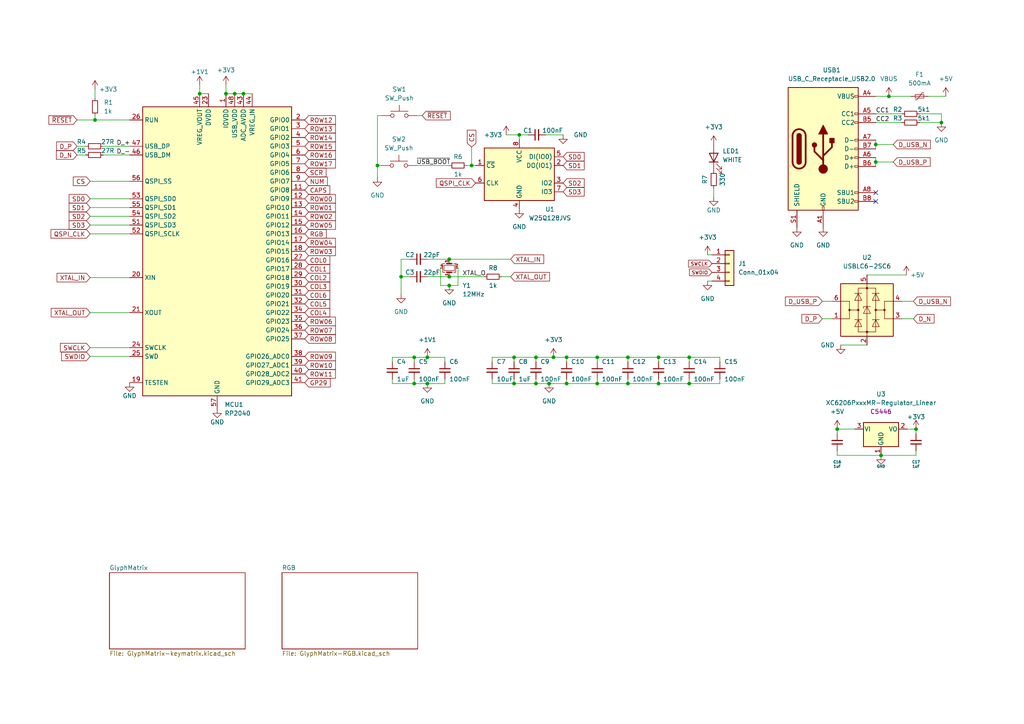
<source format=kicad_sch>
(kicad_sch (version 20250114) (generator "eeschema") (generator_version "9.0")
  (paper "A4")
  (title_block (title "RP2040 - Keyboard: OmniCode:9001") (date "2025-07-04"))
  (lib_symbols
    (symbol "Connector:USB_C_Receptacle_USB2.0" (pin_names (offset 1.016))
      (property "Reference" "J" (at -10.16 19.05 0))
      (property "Value" "USB_C_Receptacle_USB2.0" (at 19.05 19.05 0))
      (symbol "USB_C_Receptacle_USB2.0_0_0"
        (rectangle (start -0.254 -17.78) (end 0.254 -16.764))
        (rectangle (start 10.16 15.494) (end 9.144 14.986))
        (rectangle (start 10.16 10.414) (end 9.144 9.906))
        (rectangle (start 10.16 7.874) (end 9.144 7.366))
        (rectangle (start 10.16 2.794) (end 9.144 2.286))
        (rectangle (start 10.16 0.254) (end 9.144 -0.254))
        (rectangle (start 10.16 -2.286) (end 9.144 -2.794))
        (rectangle (start 10.16 -4.826) (end 9.144 -5.334))
        (rectangle (start 10.16 -12.446) (end 9.144 -12.954))
        (rectangle (start 10.16 -14.986) (end 9.144 -15.494))
      )
      (symbol "USB_C_Receptacle_USB2.0_0_1"
        (rectangle (start -10.16 17.78) (end 10.16 -17.78) (stroke (width 0.254)) (fill (type background)))
        (polyline (pts (xy -8.89 -3.81) (xy -8.89 3.81)) (stroke (width 0.508)))
        (rectangle (start -7.62 -3.81) (end -6.35 3.81) (stroke (width 0.254)) (fill (type outline)))
        (arc (start -7.62 3.81) (mid -6.985 4.4422) (end -6.35 3.81) (stroke (width 0.254)))
        (arc (start -7.62 3.81) (mid -6.985 4.4422) (end -6.35 3.81) (stroke (width 0.254)) (fill (type outline)))
        (arc (start -8.89 3.81) (mid -6.985 5.7066) (end -5.08 3.81) (stroke (width 0.508)))
        (arc (start -5.08 -3.81) (mid -6.985 -5.7066) (end -8.89 -3.81) (stroke (width 0.508)))
        (arc (start -6.35 -3.81) (mid -6.985 -4.4422) (end -7.62 -3.81) (stroke (width 0.254)))
        (arc (start -6.35 -3.81) (mid -6.985 -4.4422) (end -7.62 -3.81) (stroke (width 0.254)) (fill (type outline)))
        (polyline (pts (xy -5.08 3.81) (xy -5.08 -3.81)) (stroke (width 0.508)))
        (circle (center -2.54 1.143) (radius 0.635) (stroke (width 0.254)) (fill (type outline)))
        (polyline (pts (xy -1.27 4.318) (xy 0 6.858) (xy 1.27 4.318) (xy -1.27 4.318)) (stroke (width 0.254)) (fill (type outline)))
        (polyline (pts (xy 0 -2.032) (xy 2.54 0.508) (xy 2.54 1.778)) (stroke (width 0.508)))
        (polyline (pts (xy 0 -3.302) (xy -2.54 -0.762) (xy -2.54 0.508)) (stroke (width 0.508)))
        (polyline (pts (xy 0 -5.842) (xy 0 4.318)) (stroke (width 0.508)))
        (circle (center 0 -5.842) (radius 1.27) (fill (type outline)))
        (rectangle (start 1.905 1.778) (end 3.175 3.048) (stroke (width 0.254)) (fill (type outline)))
      )
      (symbol "USB_C_Receptacle_USB2.0_1_1"
        (pin passive line (at -7.62 -22.86 90) (length 5.08) (name "SHIELD") (number "S1"))
        (pin passive line (at 0 -22.86 90) (length 5.08) (name "GND") (number "A1"))
        (pin passive line (at 0 -22.86 90) (length 5.08) (hide yes) (name "GND") (number "A12"))
        (pin passive line (at 0 -22.86 90) (length 5.08) (hide yes) (name "GND") (number "B1"))
        (pin passive line (at 0 -22.86 90) (length 5.08) (hide yes) (name "GND") (number "B12"))
        (pin passive line (at 15.24 15.24 180) (length 5.08) (name "VBUS") (number "A4"))
        (pin passive line (at 15.24 15.24 180) (length 5.08) (hide yes) (name "VBUS") (number "A9"))
        (pin passive line (at 15.24 15.24 180) (length 5.08) (hide yes) (name "VBUS") (number "B4"))
        (pin passive line (at 15.24 15.24 180) (length 5.08) (hide yes) (name "VBUS") (number "B9"))
        (pin bidirectional line (at 15.24 10.16 180) (length 5.08) (name "CC1") (number "A5"))
        (pin bidirectional line (at 15.24 7.62 180) (length 5.08) (name "CC2") (number "B5"))
        (pin bidirectional line (at 15.24 2.54 180) (length 5.08) (name "D-") (number "A7"))
        (pin bidirectional line (at 15.24 0 180) (length 5.08) (name "D-") (number "B7"))
        (pin bidirectional line (at 15.24 -2.54 180) (length 5.08) (name "D+") (number "A6"))
        (pin bidirectional line (at 15.24 -5.08 180) (length 5.08) (name "D+") (number "B6"))
        (pin bidirectional line (at 15.24 -12.7 180) (length 5.08) (name "SBU1") (number "A8"))
        (pin bidirectional line (at 15.24 -15.24 180) (length 5.08) (name "SBU2") (number "B8"))
      )
    )
    (symbol "Connector_Generic:Conn_01x04" (pin_names (offset 1.016) (hide yes))
      (property "Reference" "J" (at 0 5.08 0))
      (property "Value" "Conn_01x04" (at 0 -7.62 0))
      (symbol "Conn_01x04_1_1"
        (rectangle (start -1.27 3.81) (end 1.27 -6.35) (stroke (width 0.254)) (fill (type background)))
        (rectangle (start -1.27 2.667) (end 0 2.413) (stroke (width 0.1524)))
        (rectangle (start -1.27 0.127) (end 0 -0.127) (stroke (width 0.1524)))
        (rectangle (start -1.27 -2.413) (end 0 -2.667) (stroke (width 0.1524)))
        (rectangle (start -1.27 -4.953) (end 0 -5.207) (stroke (width 0.1524)))
        (pin passive line (at -5.08 2.54 0) (length 3.81) (name "Pin_1") (number "1"))
        (pin passive line (at -5.08 0 0) (length 3.81) (name "Pin_2") (number "2"))
        (pin passive line (at -5.08 -2.54 0) (length 3.81) (name "Pin_3") (number "3"))
        (pin passive line (at -5.08 -5.08 0) (length 3.81) (name "Pin_4") (number "4"))
      )
    )
    (symbol "Device:C_Small" (pin_numbers (hide yes)) (pin_names (offset 0.254) (hide yes))
      (property "Reference" "C" (at 0.254 1.778 0))
      (property "Value" "C_Small" (at 0.254 -2.032 0))
      (symbol "C_Small_0_1"
        (polyline (pts (xy -1.524 0.508) (xy 1.524 0.508)) (stroke (width 0.3048)))
        (polyline (pts (xy -1.524 -0.508) (xy 1.524 -0.508)) (stroke (width 0.3302)))
      )
      (symbol "C_Small_1_1"
        (pin passive line (at 0 2.54 270) (length 2.032) (name "~") (number "1"))
        (pin passive line (at 0 -2.54 90) (length 2.032) (name "~") (number "2"))
      )
    )
    (symbol "Device:Crystal_GND24_Small" (pin_names (offset 1.016) (hide yes))
      (property "Reference" "Y" (at 1.27 4.445 0))
      (property "Value" "Crystal_GND24_Small" (at 1.27 2.54 0))
      (symbol "Crystal_GND24_Small_0_1"
        (polyline (pts (xy -1.27 1.27) (xy -1.27 1.905) (xy 1.27 1.905) (xy 1.27 1.27)))
        (polyline (pts (xy -1.27 -0.762) (xy -1.27 0.762)) (stroke (width 0.381)))
        (polyline (pts (xy -1.27 -1.27) (xy -1.27 -1.905) (xy 1.27 -1.905) (xy 1.27 -1.27)))
        (rectangle (start -0.762 -1.524) (end 0.762 1.524))
        (polyline (pts (xy 1.27 -0.762) (xy 1.27 0.762)) (stroke (width 0.381)))
      )
      (symbol "Crystal_GND24_Small_1_1"
        (pin passive line (at -2.54 0 0) (length 1.27) (name "1") (number "1"))
        (pin passive line (at 0 2.54 270) (length 0.635) (name "4") (number "4"))
        (pin passive line (at 0 -2.54 90) (length 0.635) (name "2") (number "2"))
        (pin passive line (at 2.54 0 180) (length 1.27) (name "3") (number "3"))
      )
    )
    (symbol "Device:LED" (pin_numbers (hide yes)) (pin_names (offset 1.016) (hide yes))
      (property "Reference" "D" (at 0 2.54 0))
      (property "Value" "LED" (at 0 -2.54 0))
      (symbol "LED_0_1"
        (polyline (pts (xy -3.048 -0.762) (xy -4.572 -2.286) (xy -3.81 -2.286) (xy -4.572 -2.286) (xy -4.572 -1.524)))
        (polyline (pts (xy -1.778 -0.762) (xy -3.302 -2.286) (xy -2.54 -2.286) (xy -3.302 -2.286) (xy -3.302 -1.524)))
        (polyline (pts (xy -1.27 0) (xy 1.27 0)))
        (polyline (pts (xy -1.27 -1.27) (xy -1.27 1.27)) (stroke (width 0.254)))
        (polyline (pts (xy 1.27 -1.27) (xy 1.27 1.27) (xy -1.27 0) (xy 1.27 -1.27)) (stroke (width 0.254)))
      )
      (symbol "LED_1_1"
        (pin passive line (at -3.81 0 0) (length 2.54) (name "K") (number "1"))
        (pin passive line (at 3.81 0 180) (length 2.54) (name "A") (number "2"))
      )
    )
    (symbol "Device:Polyfuse_Small" (pin_numbers (hide yes)) (pin_names (offset 0))
      (property "Reference" "F" (at -1.905 0 90))
      (property "Value" "Polyfuse_Small" (at 1.905 0 90))
      (symbol "Polyfuse_Small_0_1"
        (polyline (pts (xy -1.016 1.27) (xy -1.016 0.762) (xy 1.016 -0.762) (xy 1.016 -1.27)))
        (rectangle (start -0.508 1.27) (end 0.508 -1.27))
        (polyline (pts (xy 0 2.54) (xy 0 -2.54)))
      )
      (symbol "Polyfuse_Small_1_1"
        (pin passive line (at 0 2.54 270) (length 0.635) (name "~") (number "1"))
        (pin passive line (at 0 -2.54 90) (length 0.635) (name "~") (number "2"))
      )
    )
    (symbol "Device:R_Small" (pin_numbers (hide yes)) (pin_names (offset 0.254) (hide yes))
      (property "Reference" "R" (at 0.762 0.508 0))
      (property "Value" "R_Small" (at 0.762 -1.016 0))
      (symbol "R_Small_0_1"
        (rectangle (start -0.762 1.778) (end 0.762 -1.778) (stroke (width 0.2032)))
      )
      (symbol "R_Small_1_1"
        (pin passive line (at 0 2.54 270) (length 0.762) (name "~") (number "1"))
        (pin passive line (at 0 -2.54 90) (length 0.762) (name "~") (number "2"))
      )
    )
    (symbol "MCU_RaspberryPi:RP2040"
      (property "Reference" "U" (at 17.78 45.72 0))
      (property "Value" "RP2040" (at 17.78 43.18 0))
      (symbol "RP2040_0_1"
        (rectangle (start -21.59 41.91) (end 21.59 -41.91) (stroke (width 0.254)) (fill (type background)))
      )
      (symbol "RP2040_1_1"
        (pin input line (at -25.4 38.1 0) (length 3.81) (name "RUN") (number "26"))
        (pin bidirectional line (at -25.4 30.48 0) (length 3.81) (name "USB_DP") (number "47"))
        (pin bidirectional line (at -25.4 27.94 0) (length 3.81) (name "USB_DM") (number "46"))
        (pin bidirectional line (at -25.4 20.32 0) (length 3.81) (name "QSPI_SS") (number "56"))
        (pin bidirectional line (at -25.4 15.24 0) (length 3.81) (name "QSPI_SD0") (number "53"))
        (pin bidirectional line (at -25.4 12.7 0) (length 3.81) (name "QSPI_SD1") (number "55"))
        (pin bidirectional line (at -25.4 10.16 0) (length 3.81) (name "QSPI_SD2") (number "54"))
        (pin bidirectional line (at -25.4 7.62 0) (length 3.81) (name "QSPI_SD3") (number "51"))
        (pin output line (at -25.4 5.08 0) (length 3.81) (name "QSPI_SCLK") (number "52"))
        (pin input line (at -25.4 -7.62 0) (length 3.81) (name "XIN") (number "20"))
        (pin passive line (at -25.4 -17.78 0) (length 3.81) (name "XOUT") (number "21"))
        (pin output line (at -25.4 -27.94 0) (length 3.81) (name "SWCLK") (number "24"))
        (pin bidirectional line (at -25.4 -30.48 0) (length 3.81) (name "SWD") (number "25"))
        (pin input line (at -25.4 -38.1 0) (length 3.81) (name "TESTEN") (number "19"))
        (pin power_out line (at -5.08 45.72 270) (length 3.81) (name "VREG_VOUT") (number "45"))
        (pin power_in line (at -2.54 45.72 270) (length 3.81) (name "DVDD") (number "23"))
        (pin passive line (at -2.54 45.72 270) (length 3.81) (hide yes) (name "DVDD") (number "50"))
        (pin power_in line (at 0 -45.72 90) (length 3.81) (name "GND") (number "57"))
        (pin power_in line (at 2.54 45.72 270) (length 3.81) (name "IOVDD") (number "1"))
        (pin passive line (at 2.54 45.72 270) (length 3.81) (hide yes) (name "IOVDD") (number "10"))
        (pin passive line (at 2.54 45.72 270) (length 3.81) (hide yes) (name "IOVDD") (number "22"))
        (pin passive line (at 2.54 45.72 270) (length 3.81) (hide yes) (name "IOVDD") (number "33"))
        (pin passive line (at 2.54 45.72 270) (length 3.81) (hide yes) (name "IOVDD") (number "42"))
        (pin passive line (at 2.54 45.72 270) (length 3.81) (hide yes) (name "IOVDD") (number "49"))
        (pin power_in line (at 5.08 45.72 270) (length 3.81) (name "USB_VDD") (number "48"))
        (pin power_in line (at 7.62 45.72 270) (length 3.81) (name "ADC_AVDD") (number "43"))
        (pin power_in line (at 10.16 45.72 270) (length 3.81) (name "VREG_IN") (number "44"))
        (pin bidirectional line (at 25.4 38.1 180) (length 3.81) (name "GPIO0") (number "2"))
        (pin bidirectional line (at 25.4 35.56 180) (length 3.81) (name "GPIO1") (number "3"))
        (pin bidirectional line (at 25.4 33.02 180) (length 3.81) (name "GPIO2") (number "4"))
        (pin bidirectional line (at 25.4 30.48 180) (length 3.81) (name "GPIO3") (number "5"))
        (pin bidirectional line (at 25.4 27.94 180) (length 3.81) (name "GPIO4") (number "6"))
        (pin bidirectional line (at 25.4 25.4 180) (length 3.81) (name "GPIO5") (number "7"))
        (pin bidirectional line (at 25.4 22.86 180) (length 3.81) (name "GPIO6") (number "8"))
        (pin bidirectional line (at 25.4 20.32 180) (length 3.81) (name "GPIO7") (number "9"))
        (pin bidirectional line (at 25.4 17.78 180) (length 3.81) (name "GPIO8") (number "11"))
        (pin bidirectional line (at 25.4 15.24 180) (length 3.81) (name "GPIO9") (number "12"))
        (pin bidirectional line (at 25.4 12.7 180) (length 3.81) (name "GPIO10") (number "13"))
        (pin bidirectional line (at 25.4 10.16 180) (length 3.81) (name "GPIO11") (number "14"))
        (pin bidirectional line (at 25.4 7.62 180) (length 3.81) (name "GPIO12") (number "15"))
        (pin bidirectional line (at 25.4 5.08 180) (length 3.81) (name "GPIO13") (number "16"))
        (pin bidirectional line (at 25.4 2.54 180) (length 3.81) (name "GPIO14") (number "17"))
        (pin bidirectional line (at 25.4 0 180) (length 3.81) (name "GPIO15") (number "18"))
        (pin bidirectional line (at 25.4 -2.54 180) (length 3.81) (name "GPIO16") (number "27"))
        (pin bidirectional line (at 25.4 -5.08 180) (length 3.81) (name "GPIO17") (number "28"))
        (pin bidirectional line (at 25.4 -7.62 180) (length 3.81) (name "GPIO18") (number "29"))
        (pin bidirectional line (at 25.4 -10.16 180) (length 3.81) (name "GPIO19") (number "30"))
        (pin bidirectional line (at 25.4 -12.7 180) (length 3.81) (name "GPIO20") (number "31"))
        (pin bidirectional line (at 25.4 -15.24 180) (length 3.81) (name "GPIO21") (number "32"))
        (pin bidirectional line (at 25.4 -17.78 180) (length 3.81) (name "GPIO22") (number "34"))
        (pin bidirectional line (at 25.4 -20.32 180) (length 3.81) (name "GPIO23") (number "35"))
        (pin bidirectional line (at 25.4 -22.86 180) (length 3.81) (name "GPIO24") (number "36"))
        (pin bidirectional line (at 25.4 -25.4 180) (length 3.81) (name "GPIO25") (number "37"))
        (pin bidirectional line (at 25.4 -30.48 180) (length 3.81) (name "GPIO26_ADC0") (number "38"))
        (pin bidirectional line (at 25.4 -33.02 180) (length 3.81) (name "GPIO27_ADC1") (number "39"))
        (pin bidirectional line (at 25.4 -35.56 180) (length 3.81) (name "GPIO28_ADC2") (number "40"))
        (pin bidirectional line (at 25.4 -38.1 180) (length 3.81) (name "GPIO29_ADC3") (number "41"))
      )
    )
    (symbol "Memory_Flash:W25Q128JVS"
      (property "Reference" "U" (at -8.89 8.89 0))
      (property "Value" "W25Q128JVS" (at 7.62 8.89 0))
      (symbol "W25Q128JVS_0_1"
        (rectangle (start -10.16 7.62) (end 10.16 -7.62) (stroke (width 0.254)) (fill (type background)))
      )
      (symbol "W25Q128JVS_1_1"
        (pin input line (at -12.7 2.54 0) (length 2.54) (name "~{CS}") (number "1"))
        (pin input line (at -12.7 -2.54 0) (length 2.54) (name "CLK") (number "6"))
        (pin power_in line (at 0 10.16 270) (length 2.54) (name "VCC") (number "8"))
        (pin power_in line (at 0 -10.16 90) (length 2.54) (name "GND") (number "4"))
        (pin bidirectional line (at 12.7 5.08 180) (length 2.54) (name "DI(IO0)") (number "5"))
        (pin bidirectional line (at 12.7 2.54 180) (length 2.54) (name "DO(IO1)") (number "2"))
        (pin bidirectional line (at 12.7 -2.54 180) (length 2.54) (name "IO2") (number "3"))
        (pin bidirectional line (at 12.7 -5.08 180) (length 2.54) (name "IO3") (number "7"))
      )
    )
    (symbol "Power_Protection:USBLC6-2SC6" (pin_names (hide yes))
      (property "Reference" "U" (at 2.54 8.89 0))
      (property "Value" "USBLC6-2SC6" (at 2.54 -8.89 0))
      (symbol "USBLC6-2SC6_0_1"
        (rectangle (start -7.62 -7.62) (end 7.62 7.62) (stroke (width 0.254)) (fill (type background)))
        (polyline (pts (xy -5.08 2.54) (xy -7.62 2.54)))
        (circle (center -5.08 0) (radius 0.254) (fill (type outline)))
        (polyline (pts (xy -5.08 0) (xy -5.08 -2.54)))
        (polyline (pts (xy -5.08 -2.54) (xy -7.62 -2.54)))
        (polyline (pts (xy -3.556 2.794) (xy -1.524 2.794) (xy -2.54 4.826) (xy -3.556 2.794)))
        (polyline (pts (xy -3.556 -4.826) (xy -1.524 -4.826) (xy -2.54 -2.794) (xy -3.556 -4.826)))
        (rectangle (start -2.54 6.35) (end 2.54 -6.35))
        (circle (center -2.54 0) (radius 0.254) (fill (type outline)))
        (polyline (pts (xy -2.54 0) (xy -5.08 0) (xy -5.08 2.54)))
        (polyline (pts (xy -1.524 4.826) (xy -3.556 4.826)))
        (polyline (pts (xy -1.524 -2.794) (xy -3.556 -2.794)))
        (polyline (pts (xy -1.016 -1.016) (xy 1.016 -1.016) (xy 0 1.016) (xy -1.016 -1.016)))
        (circle (center 0 6.35) (radius 0.254) (fill (type outline)))
        (polyline (pts (xy 0 6.35) (xy 0 7.62)))
        (polyline (pts (xy 0 1.27) (xy 0 6.35)))
        (polyline (pts (xy 0 -6.35) (xy 0 1.27)))
        (circle (center 0 -6.35) (radius 0.254) (fill (type outline)))
        (polyline (pts (xy 0 -7.62) (xy 0 -6.35)))
        (polyline (pts (xy 1.016 1.016) (xy 0.762 1.016) (xy -1.016 1.016) (xy -1.016 0.508)))
        (polyline (pts (xy 1.524 4.826) (xy 3.556 4.826)))
        (polyline (pts (xy 1.524 -2.794) (xy 3.556 -2.794)))
        (polyline (pts (xy 2.54 0) (xy 5.08 0) (xy 5.08 2.54)))
        (circle (center 2.54 0) (radius 0.254) (fill (type outline)))
        (polyline (pts (xy 3.556 2.794) (xy 1.524 2.794) (xy 2.54 4.826) (xy 3.556 2.794)))
        (polyline (pts (xy 3.556 -4.826) (xy 1.524 -4.826) (xy 2.54 -2.794) (xy 3.556 -4.826)))
        (polyline (pts (xy 5.08 2.54) (xy 7.62 2.54)))
        (polyline (pts (xy 5.08 0) (xy 5.08 -2.54)))
        (circle (center 5.08 0) (radius 0.254) (fill (type outline)))
        (polyline (pts (xy 5.08 -2.54) (xy 7.62 -2.54)))
      )
      (symbol "USBLC6-2SC6_1_1"
        (pin passive line (at -10.16 2.54 0) (length 2.54) (name "I/O1") (number "6"))
        (pin passive line (at -10.16 -2.54 0) (length 2.54) (name "I/O1") (number "1"))
        (pin passive line (at 0 10.16 270) (length 2.54) (name "VBUS") (number "5"))
        (pin passive line (at 0 -10.16 90) (length 2.54) (name "GND") (number "2"))
        (pin passive line (at 10.16 2.54 180) (length 2.54) (name "I/O2") (number "4"))
        (pin passive line (at 10.16 -2.54 180) (length 2.54) (name "I/O2") (number "3"))
      )
    )
    (symbol "Switch:SW_Push" (pin_numbers (hide yes)) (pin_names (offset 1.016) (hide yes))
      (property "Reference" "SW" (at 1.27 2.54 0))
      (property "Value" "SW_Push" (at 0 -1.524 0))
      (symbol "SW_Push_0_1"
        (circle (center -2.032 0) (radius 0.508))
        (polyline (pts (xy 0 1.27) (xy 0 3.048)))
        (circle (center 2.032 0) (radius 0.508))
        (polyline (pts (xy 2.54 1.27) (xy -2.54 1.27)))
        (pin passive line (at -5.08 0 0) (length 2.54) (name "1") (number "1"))
        (pin passive line (at 5.08 0 180) (length 2.54) (name "2") (number "2"))
      )
    )
    (symbol "kicad-keyboard-parts:XC6206PxxxMR-Regulator_Linear" (pin_names (offset 0.254))
      (property "Reference" "U" (at -3.81 3.175 0))
      (property "Value" "XC6206PxxxMR-Regulator_Linear" (at 0 3.175 0))
      (property "LCSC" "C5446" (at 0 0 0))
      (symbol "XC6206PxxxMR-Regulator_Linear_0_1"
        (rectangle (start -5.08 1.905) (end 5.08 -5.08) (stroke (width 0.254)) (fill (type background)))
      )
      (symbol "XC6206PxxxMR-Regulator_Linear_1_1"
        (pin power_in line (at -7.62 0 0) (length 2.54) (name "VI") (number "3"))
        (pin power_in line (at 0 -7.62 90) (length 2.54) (name "GND") (number "1"))
        (pin power_out line (at 7.62 0 180) (length 2.54) (name "VO") (number "2"))
      )
    )
    (symbol "power:+1V1" (power) (pin_names (offset 0))
      (property "Value" "+1V1" (at 0 3.556 0))
      (symbol "+1V1_0_1"
        (polyline (pts (xy -0.762 1.27) (xy 0 2.54)))
        (polyline (pts (xy 0 2.54) (xy 0.762 1.27)))
        (polyline (pts (xy 0 0) (xy 0 2.54)))
      )
      (symbol "+1V1_1_1"
        (pin power_in line (at 0 0 90) (length 0) (hide yes) (name "+1V1") (number "1"))
      )
    )
    (symbol "power:+3.3V" (power) (pin_names (offset 0))
      (property "Value" "+3.3V" (at 0 3.556 0))
      (symbol "+3.3V_0_1"
        (polyline (pts (xy -0.762 1.27) (xy 0 2.54)))
        (polyline (pts (xy 0 2.54) (xy 0.762 1.27)))
        (polyline (pts (xy 0 0) (xy 0 2.54)))
      )
      (symbol "+3.3V_1_1"
        (pin power_in line (at 0 0 90) (length 0) (hide yes) (name "+3V3") (number "1"))
      )
    )
    (symbol "power:+3V3" (power) (pin_names (offset 0))
      (property "Value" "+3V3" (at 0 3.556 0))
      (symbol "+3V3_0_1"
        (polyline (pts (xy -0.762 1.27) (xy 0 2.54)))
        (polyline (pts (xy 0 2.54) (xy 0.762 1.27)))
        (polyline (pts (xy 0 0) (xy 0 2.54)))
      )
      (symbol "+3V3_1_1"
        (pin power_in line (at 0 0 90) (length 0) (hide yes) (name "+3V3") (number "1"))
      )
    )
    (symbol "power:+5V" (power) (pin_names (offset 0))
      (property "Value" "+5V" (at 0 3.556 0))
      (symbol "+5V_0_1"
        (polyline (pts (xy -0.762 1.27) (xy 0 2.54)))
        (polyline (pts (xy 0 2.54) (xy 0.762 1.27)))
        (polyline (pts (xy 0 0) (xy 0 2.54)))
      )
      (symbol "+5V_1_1"
        (pin power_in line (at 0 0 90) (length 0) (hide yes) (name "+5V") (number "1"))
      )
    )
    (symbol "power:GND" (power) (pin_names (offset 0))
      (property "Value" "GND" (at 0 -3.81 0))
      (symbol "GND_0_1"
        (polyline (pts (xy 0 0) (xy 0 -1.27) (xy 1.27 -1.27) (xy 0 -2.54) (xy -1.27 -1.27) (xy 0 -1.27)))
      )
      (symbol "GND_1_1"
        (pin power_in line (at 0 0 270) (length 0) (hide yes) (name "GND") (number "1"))
      )
    )
    (symbol "power:VBUS" (power) (pin_names (offset 0))
      (property "Value" "VBUS" (at 0 3.81 0))
      (symbol "VBUS_0_1"
        (polyline (pts (xy -0.762 1.27) (xy 0 2.54)))
        (polyline (pts (xy 0 2.54) (xy 0.762 1.27)))
        (polyline (pts (xy 0 0) (xy 0 2.54)))
      )
      (symbol "VBUS_1_1"
        (pin power_in line (at 0 0 90) (length 0) (hide yes) (name "VBUS") (number "1"))
      )
    )
  )
  (junction (at 199.898 111.252))
  (junction (at 155.448 103.632))
  (junction (at 160.528 103.632))
  (junction (at 191.008 111.252))
  (junction (at 265.684 124.46) (diameter 0.9144))
  (junction (at 255.524 132.08) (diameter 0.9144))
  (junction (at 27.559 34.798))
  (junction (at 254 46.99))
  (junction (at 257.81 27.94))
  (junction (at 159.258 111.252))
  (junction (at 68.072 27.178))
  (junction (at 273.05 35.56))
  (junction (at 123.952 111.252))
  (junction (at 173.228 103.632))
  (junction (at 173.228 111.252))
  (junction (at 116.332 80.264))
  (junction (at 149.098 111.252))
  (junction (at 150.622 39.116))
  (junction (at 65.532 27.178))
  (junction (at 155.448 111.252))
  (junction (at 130.302 80.264))
  (junction (at 182.118 111.252))
  (junction (at 254 41.91))
  (junction (at 164.338 111.252))
  (junction (at 242.824 124.46) (diameter 0.9144))
  (junction (at 149.098 103.632))
  (junction (at 123.952 103.632))
  (junction (at 70.612 27.178))
  (junction (at 164.338 103.632))
  (junction (at 191.008 103.632))
  (junction (at 120.142 103.632))
  (junction (at 120.142 111.252))
  (junction (at 130.302 82.804))
  (junction (at 109.474 48.006))
  (junction (at 199.898 103.632))
  (junction (at 57.912 27.178))
  (junction (at 136.779 48.006))
  (junction (at 182.118 103.632))
  (junction (at 130.302 75.184))
  (no_connect (at 254 58.42))
  (no_connect (at 254 55.88))
  (wire (pts (xy 254 45.72) (xy 254 46.99)))
  (wire (pts (xy 254 41.91) (xy 254 43.18)))
  (wire (pts (xy 155.448 103.632) (xy 149.098 103.632)))
  (wire (pts (xy 109.474 33.528) (xy 109.474 48.006)))
  (wire (pts (xy 120.142 103.632) (xy 113.792 103.632)))
  (wire (pts (xy 109.474 51.562) (xy 109.474 48.006)))
  (wire (pts (xy 173.228 103.632) (xy 182.118 103.632)))
  (wire (pts (xy 263.144 124.46) (xy 265.684 124.46)))
  (wire (pts (xy 254 40.64) (xy 254 41.91)))
  (wire (pts (xy 26.162 90.678) (xy 37.592 90.678)))
  (wire (pts (xy 155.448 103.632) (xy 155.448 104.902)))
  (wire (pts (xy 158.242 39.116) (xy 163.322 39.116)))
  (wire (pts (xy 264.922 92.456) (xy 261.62 92.456)))
  (wire (pts (xy 164.338 111.252) (xy 173.228 111.252)))
  (wire (pts (xy 173.228 111.252) (xy 182.118 111.252)))
  (wire (pts (xy 254 46.99) (xy 254 48.26)))
  (wire (pts (xy 129.032 103.632) (xy 129.032 104.902)))
  (wire (pts (xy 132.842 77.724) (xy 132.842 82.804)))
  (wire (pts (xy 70.612 27.178) (xy 73.152 27.178)))
  (wire (pts (xy 27.559 33.528) (xy 27.559 34.798)))
  (wire (pts (xy 254 33.02) (xy 261.62 33.02)))
  (wire (pts (xy 255.524 132.08) (xy 242.824 132.08)))
  (wire (pts (xy 238.506 87.376) (xy 241.3 87.376)))
  (wire (pts (xy 130.302 75.184) (xy 148.082 75.184)))
  (wire (pts (xy 65.532 24.638) (xy 65.532 27.178)))
  (wire (pts (xy 26.162 80.518) (xy 37.592 80.518)))
  (wire (pts (xy 145.542 80.264) (xy 148.082 80.264)))
  (wire (pts (xy 266.7 33.02) (xy 273.05 33.02)))
  (wire (pts (xy 182.118 103.632) (xy 182.118 104.902)))
  (wire (pts (xy 205.232 73.914) (xy 206.502 73.914)))
  (wire (pts (xy 164.338 103.632) (xy 173.228 103.632)))
  (wire (pts (xy 164.338 111.252) (xy 164.338 109.982)))
  (wire (pts (xy 150.622 39.116) (xy 150.622 40.386)))
  (wire (pts (xy 182.118 109.982) (xy 182.118 111.252)))
  (wire (pts (xy 109.474 48.006) (xy 110.617 48.006)))
  (wire (pts (xy 199.898 111.252) (xy 208.788 111.252)))
  (wire (pts (xy 22.352 34.798) (xy 27.559 34.798)))
  (wire (pts (xy 22.352 42.418) (xy 24.892 42.418)))
  (wire (pts (xy 132.842 82.804) (xy 130.302 82.804)))
  (wire (pts (xy 65.532 27.178) (xy 68.072 27.178)))
  (wire (pts (xy 120.142 103.632) (xy 120.142 104.902)))
  (wire (pts (xy 173.228 103.632) (xy 173.228 104.902)))
  (wire (pts (xy 142.748 111.252) (xy 149.098 111.252)))
  (wire (pts (xy 264.922 87.376) (xy 261.62 87.376)))
  (wire (pts (xy 182.118 103.632) (xy 191.008 103.632)))
  (wire (pts (xy 257.81 27.94) (xy 264.16 27.94)))
  (wire (pts (xy 265.684 130.81) (xy 265.684 132.08)))
  (wire (pts (xy 142.748 103.632) (xy 149.098 103.632)))
  (wire (pts (xy 155.448 111.252) (xy 159.258 111.252)))
  (wire (pts (xy 191.008 103.632) (xy 191.008 104.902)))
  (wire (pts (xy 142.748 104.902) (xy 142.748 103.632)))
  (wire (pts (xy 173.228 111.252) (xy 173.228 109.982)))
  (wire (pts (xy 238.506 92.456) (xy 241.3 92.456)))
  (wire (pts (xy 136.779 42.672) (xy 136.779 48.006)))
  (wire (pts (xy 164.338 103.632) (xy 164.338 104.902)))
  (wire (pts (xy 113.792 111.252) (xy 120.142 111.252)))
  (wire (pts (xy 123.952 80.264) (xy 130.302 80.264)))
  (wire (pts (xy 57.912 27.178) (xy 60.452 27.178)))
  (wire (pts (xy 29.972 44.958) (xy 37.592 44.958)))
  (wire (pts (xy 130.302 80.264) (xy 140.462 80.264)))
  (wire (pts (xy 26.162 62.738) (xy 37.592 62.738)))
  (wire (pts (xy 242.824 130.81) (xy 242.824 132.08)))
  (wire (pts (xy 113.792 109.982) (xy 113.792 111.252)))
  (wire (pts (xy 259.08 41.91) (xy 254 41.91)))
  (wire (pts (xy 123.952 111.252) (xy 129.032 111.252)))
  (wire (pts (xy 27.559 34.798) (xy 37.592 34.798)))
  (wire (pts (xy 136.779 48.006) (xy 137.922 48.006)))
  (wire (pts (xy 255.524 132.08) (xy 265.684 132.08)))
  (wire (pts (xy 199.898 103.632) (xy 208.788 103.632)))
  (wire (pts (xy 199.898 111.252) (xy 199.898 109.982)))
  (wire (pts (xy 182.118 111.252) (xy 191.008 111.252)))
  (wire (pts (xy 254 27.94) (xy 257.81 27.94)))
  (wire (pts (xy 191.008 111.252) (xy 199.898 111.252)))
  (wire (pts (xy 123.952 75.184) (xy 130.302 75.184)))
  (wire (pts (xy 26.162 67.818) (xy 37.592 67.818)))
  (wire (pts (xy 27.559 25.908) (xy 27.559 28.448)))
  (wire (pts (xy 242.824 124.46) (xy 247.904 124.46)))
  (wire (pts (xy 150.622 39.116) (xy 153.162 39.116)))
  (wire (pts (xy 242.824 124.46) (xy 242.824 125.73)))
  (wire (pts (xy 191.008 109.982) (xy 191.008 111.252)))
  (wire (pts (xy 273.05 33.02) (xy 273.05 35.56)))
  (wire (pts (xy 259.08 46.99) (xy 254 46.99)))
  (wire (pts (xy 129.032 111.252) (xy 129.032 109.982)))
  (wire (pts (xy 142.748 109.982) (xy 142.748 111.252)))
  (wire (pts (xy 149.098 111.252) (xy 155.448 111.252)))
  (wire (pts (xy 254 35.56) (xy 261.62 35.56)))
  (wire (pts (xy 265.684 124.46) (xy 265.684 125.73)))
  (wire (pts (xy 26.162 100.838) (xy 37.592 100.838)))
  (wire (pts (xy 120.142 111.252) (xy 123.952 111.252)))
  (wire (pts (xy 123.952 103.632) (xy 129.032 103.632)))
  (wire (pts (xy 26.162 65.278) (xy 37.592 65.278)))
  (wire (pts (xy 68.072 27.178) (xy 70.612 27.178)))
  (wire (pts (xy 208.788 103.632) (xy 208.788 104.902)))
  (wire (pts (xy 159.258 111.252) (xy 164.338 111.252)))
  (wire (pts (xy 120.142 109.982) (xy 120.142 111.252)))
  (wire (pts (xy 116.332 80.264) (xy 118.872 80.264)))
  (wire (pts (xy 120.777 48.006) (xy 130.302 48.006)))
  (wire (pts (xy 127.762 82.804) (xy 130.302 82.804)))
  (wire (pts (xy 155.448 103.632) (xy 160.528 103.632)))
  (wire (pts (xy 116.332 80.264) (xy 116.332 85.344)))
  (wire (pts (xy 149.098 103.632) (xy 149.098 104.902)))
  (wire (pts (xy 146.812 39.116) (xy 150.622 39.116)))
  (wire (pts (xy 269.24 27.94) (xy 274.32 27.94)))
  (wire (pts (xy 199.898 103.632) (xy 199.898 104.902)))
  (wire (pts (xy 29.972 42.418) (xy 37.592 42.418)))
  (wire (pts (xy 208.788 111.252) (xy 208.788 109.982)))
  (wire (pts (xy 205.232 81.534) (xy 206.502 81.534)))
  (wire (pts (xy 149.098 109.982) (xy 149.098 111.252)))
  (wire (pts (xy 26.162 52.578) (xy 37.592 52.578)))
  (wire (pts (xy 26.162 103.378) (xy 37.592 103.378)))
  (wire (pts (xy 26.162 57.658) (xy 37.592 57.658)))
  (wire (pts (xy 57.912 24.638) (xy 57.912 27.178)))
  (wire (pts (xy 113.792 103.632) (xy 113.792 104.902)))
  (wire (pts (xy 118.872 75.184) (xy 116.332 75.184)))
  (wire (pts (xy 160.528 103.632) (xy 164.338 103.632)))
  (wire (pts (xy 122.428 33.528) (xy 120.904 33.528)))
  (wire (pts (xy 123.952 103.632) (xy 120.142 103.632)))
  (wire (pts (xy 207.01 57.15) (xy 207.01 54.61)))
  (wire (pts (xy 155.448 109.982) (xy 155.448 111.252)))
  (wire (pts (xy 26.162 60.198) (xy 37.592 60.198)))
  (wire (pts (xy 266.7 35.56) (xy 273.05 35.56)))
  (wire (pts (xy 251.46 79.756) (xy 262.89 79.756)))
  (wire (pts (xy 110.744 33.528) (xy 109.474 33.528)))
  (wire (pts (xy 243.84 100.076) (xy 251.46 100.076)))
  (wire (pts (xy 127.762 77.724) (xy 127.762 82.804)))
  (wire (pts (xy 191.008 103.632) (xy 199.898 103.632)))
  (wire (pts (xy 116.332 75.184) (xy 116.332 80.264)))
  (wire (pts (xy 22.352 44.958) (xy 24.892 44.958)))
  (wire (pts (xy 135.382 48.006) (xy 136.779 48.006)))
  (label "CC1" (at 254 33.02 0))
  (label "D_-" (at 33.782 44.958 0))
  (label "D_+" (at 33.782 42.418 0))
  (label "XTAL_O" (at 134.112 80.264 0))
  (label "CC2" (at 254 35.56 0))
  (label "~{USB_BOOT}" (at 120.777 48.006 0))
  (global_label "SD2" (shape input) (at 26.162 62.738 180) (property "Intersheetrefs" "${INTERSHEET_REFS}" (effects (hide yes))))
  (global_label "NUM" (shape input) (at 88.392 52.578 0) (property "Intersheetrefs" "${INTERSHEET_REFS}" (effects (hide yes))))
  (global_label "ROW17" (shape input) (at 88.392 47.498 0) (property "Intersheetrefs" "${INTERSHEET_REFS}" (effects (hide yes))))
  (global_label "COL1" (shape input) (at 88.392 77.978 0) (property "Intersheetrefs" "${INTERSHEET_REFS}" (effects (hide yes))))
  (global_label "CAPS" (shape input) (at 88.392 55.118 0) (property "Intersheetrefs" "${INTERSHEET_REFS}" (effects (hide yes))))
  (global_label "COL0" (shape input) (at 88.392 75.438 0) (property "Intersheetrefs" "${INTERSHEET_REFS}" (effects (hide yes))))
  (global_label "XTAL_OUT" (shape input) (at 26.162 90.678 180) (property "Intersheetrefs" "${INTERSHEET_REFS}" (effects (hide yes))))
  (global_label "RGB" (shape input) (at 88.392 67.818 0) (property "Intersheetrefs" "${INTERSHEET_REFS}" (effects (hide yes))))
  (global_label "SD2" (shape input) (at 163.322 53.086 0) (property "Intersheetrefs" "${INTERSHEET_REFS}" (effects (hide yes))))
  (global_label "COL6" (shape input) (at 88.392 85.598 0) (property "Intersheetrefs" "${INTERSHEET_REFS}" (effects (hide yes))))
  (global_label "ROW08" (shape input) (at 88.392 98.298 0) (property "Intersheetrefs" "${INTERSHEET_REFS}" (effects (hide yes))))
  (global_label "D_USB_P" (shape input) (at 259.08 46.99 0) (property "Intersheetrefs" "${INTERSHEET_REFS}" (effects (hide yes))))
  (global_label "ROW14" (shape input) (at 88.392 39.878 0) (property "Intersheetrefs" "${INTERSHEET_REFS}" (effects (hide yes))))
  (global_label "ROW07" (shape input) (at 88.392 95.758 0) (property "Intersheetrefs" "${INTERSHEET_REFS}" (effects (hide yes))))
  (global_label "ROW04" (shape input) (at 88.392 70.358 0) (property "Intersheetrefs" "${INTERSHEET_REFS}" (effects (hide yes))))
  (global_label "ROW00" (shape input) (at 88.392 57.658 0) (property "Intersheetrefs" "${INTERSHEET_REFS}" (effects (hide yes))))
  (global_label "SWCLK" (shape input) (at 26.162 100.838 180) (property "Intersheetrefs" "${INTERSHEET_REFS}" (effects (hide yes))))
  (global_label "ROW06" (shape input) (at 88.392 93.218 0) (property "Intersheetrefs" "${INTERSHEET_REFS}" (effects (hide yes))))
  (global_label "GP29" (shape input) (at 88.392 110.998 0) (property "Intersheetrefs" "${INTERSHEET_REFS}" (effects (hide yes))))
  (global_label "ROW03" (shape input) (at 88.392 72.898 0) (property "Intersheetrefs" "${INTERSHEET_REFS}" (effects (hide yes))))
  (global_label "ROW13" (shape input) (at 88.392 37.338 0) (property "Intersheetrefs" "${INTERSHEET_REFS}" (effects (hide yes))))
  (global_label "ROW11" (shape input) (at 88.392 108.458 0) (property "Intersheetrefs" "${INTERSHEET_REFS}" (effects (hide yes))))
  (global_label "D_N" (shape input) (at 22.352 44.958 180) (property "Intersheetrefs" "${INTERSHEET_REFS}" (effects (hide yes))))
  (global_label "COL3" (shape input) (at 88.392 83.058 0) (property "Intersheetrefs" "${INTERSHEET_REFS}" (effects (hide yes))))
  (global_label "CS" (shape input) (at 136.779 42.672 90) (property "Intersheetrefs" "${INTERSHEET_REFS}" (effects (hide yes))))
  (global_label "D_N" (shape input) (at 264.922 92.456 0) (property "Intersheetrefs" "${INTERSHEET_REFS}" (effects (hide yes))))
  (global_label "ROW01" (shape input) (at 88.392 60.198 0) (property "Intersheetrefs" "${INTERSHEET_REFS}" (effects (hide yes))))
  (global_label "ROW02" (shape input) (at 88.392 62.738 0) (property "Intersheetrefs" "${INTERSHEET_REFS}" (effects (hide yes))))
  (global_label "D_USB_N" (shape input) (at 264.922 87.376 0) (property "Intersheetrefs" "${INTERSHEET_REFS}" (effects (hide yes))))
  (global_label "SD3" (shape input) (at 163.322 55.626 0) (property "Intersheetrefs" "${INTERSHEET_REFS}" (effects (hide yes))))
  (global_label "D_USB_N" (shape input) (at 259.08 41.91 0) (property "Intersheetrefs" "${INTERSHEET_REFS}" (effects (hide yes))))
  (global_label "SD3" (shape input) (at 26.162 65.278 180) (property "Intersheetrefs" "${INTERSHEET_REFS}" (effects (hide yes))))
  (global_label "ROW10" (shape input) (at 88.392 105.918 0) (property "Intersheetrefs" "${INTERSHEET_REFS}" (effects (hide yes))))
  (global_label "SD1" (shape input) (at 26.162 60.198 180) (property "Intersheetrefs" "${INTERSHEET_REFS}" (effects (hide yes))))
  (global_label "XTAL_IN" (shape input) (at 148.082 75.184 0) (property "Intersheetrefs" "${INTERSHEET_REFS}" (effects (hide yes))))
  (global_label "XTAL_OUT" (shape input) (at 148.082 80.264 0) (property "Intersheetrefs" "${INTERSHEET_REFS}" (effects (hide yes))))
  (global_label "SD1" (shape input) (at 163.322 48.006 0) (property "Intersheetrefs" "${INTERSHEET_REFS}" (effects (hide yes))))
  (global_label "D_USB_P" (shape input) (at 238.506 87.376 180) (property "Intersheetrefs" "${INTERSHEET_REFS}" (effects (hide yes))))
  (global_label "XTAL_IN" (shape input) (at 26.162 80.518 180) (property "Intersheetrefs" "${INTERSHEET_REFS}" (effects (hide yes))))
  (global_label "SWCLK" (shape input) (at 206.502 76.454 180) (effects (font (size 1 1))) (property "Intersheetrefs" "${INTERSHEET_REFS}" (effects (hide yes))))
  (global_label "D_P" (shape input) (at 238.506 92.456 180) (property "Intersheetrefs" "${INTERSHEET_REFS}" (effects (hide yes))))
  (global_label "~{RESET}" (shape input) (at 122.428 33.528 0) (property "Intersheetrefs" "${INTERSHEET_REFS}" (effects (hide yes))))
  (global_label "SWDIO" (shape input) (at 26.162 103.378 180) (property "Intersheetrefs" "${INTERSHEET_REFS}" (effects (hide yes))))
  (global_label "~{RESET}" (shape input) (at 22.352 34.798 180) (property "Intersheetrefs" "${INTERSHEET_REFS}" (effects (hide yes))))
  (global_label "QSPI_CLK" (shape input) (at 137.922 53.086 180) (property "Intersheetrefs" "${INTERSHEET_REFS}" (effects (hide yes))))
  (global_label "COL5" (shape input) (at 88.392 88.138 0) (property "Intersheetrefs" "${INTERSHEET_REFS}" (effects (hide yes))))
  (global_label "ROW09" (shape input) (at 88.392 103.378 0) (property "Intersheetrefs" "${INTERSHEET_REFS}" (effects (hide yes))))
  (global_label "QSPI_CLK" (shape input) (at 26.162 67.818 180) (property "Intersheetrefs" "${INTERSHEET_REFS}" (effects (hide yes))))
  (global_label "SWDIO" (shape input) (at 206.502 78.994 180) (effects (font (size 1 1))) (property "Intersheetrefs" "${INTERSHEET_REFS}" (effects (hide yes))))
  (global_label "SCR" (shape input) (at 88.392 50.038 0) (property "Intersheetrefs" "${INTERSHEET_REFS}" (effects (hide yes))))
  (global_label "COL2" (shape input) (at 88.392 80.518 0) (property "Intersheetrefs" "${INTERSHEET_REFS}" (effects (hide yes))))
  (global_label "ROW15" (shape input) (at 88.392 42.418 0) (property "Intersheetrefs" "${INTERSHEET_REFS}" (effects (hide yes))))
  (global_label "D_P" (shape input) (at 22.352 42.418 180) (property "Intersheetrefs" "${INTERSHEET_REFS}" (effects (hide yes))))
  (global_label "SD0" (shape input) (at 163.322 45.466 0) (property "Intersheetrefs" "${INTERSHEET_REFS}" (effects (hide yes))))
  (global_label "SD0" (shape input) (at 26.162 57.658 180) (property "Intersheetrefs" "${INTERSHEET_REFS}" (effects (hide yes))))
  (global_label "ROW16" (shape input) (at 88.392 44.958 0) (property "Intersheetrefs" "${INTERSHEET_REFS}" (effects (hide yes))))
  (global_label "ROW12" (shape input) (at 88.392 34.798 0) (property "Intersheetrefs" "${INTERSHEET_REFS}" (effects (hide yes))))
  (global_label "CS" (shape input) (at 26.162 52.578 180) (property "Intersheetrefs" "${INTERSHEET_REFS}" (effects (hide yes))))
  (global_label "COL4" (shape input) (at 88.392 90.678 0) (property "Intersheetrefs" "${INTERSHEET_REFS}" (effects (hide yes))))
  (global_label "ROW05" (shape input) (at 88.392 65.278 0) (property "Intersheetrefs" "${INTERSHEET_REFS}" (effects (hide yes))))
  (symbol (lib_id "Device:R_Small") (at 264.16 35.56 90) (unit 1)
    (property "Reference" "R3" (at 260.35 34.29 90))
    (property "Value" "5k1" (at 267.97 34.29 90))
    (property "Footprint" "Resistor_SMD:R_0402_1005Metric" (effects (hide yes)))
    (property "LCSC" "C25905" (effects (hide yes)))
  )
  (symbol (lib_id "power:VBUS") (at 257.81 27.94 0) (unit 1)
    (property "Reference" "#PWR08" (effects (hide yes)))
    (property "Value" "VBUS" (at 257.81 22.86 0))
  )
  (symbol (lib_id "Device:C_Small") (at 182.118 107.442 0) (unit 1)
    (property "Reference" "C12" (at 183.388 104.9019 0) (effects (justify left)))
    (property "Value" "100nF" (at 183.388 109.9819 0) (effects (justify left)))
    (property "Footprint" "Capacitor_SMD:C_0402_1005Metric" (effects (hide yes)))
    (property "LCSC" "C1525" (effects (hide yes)))
  )
  (symbol (lib_id "power:GND") (at 231.14 66.04 0) (unit 1)
    (property "Reference" "#PWR014" (effects (hide yes)))
    (property "Value" "GND" (at 231.14 71.12 0))
  )
  (symbol (lib_id "power:+3V3") (at 146.812 39.116 0) (unit 1)
    (property "Reference" "#PWR01" (effects (hide yes)))
    (property "Value" "+3V3" (at 143.002 39.116 0))
  )
  (symbol (lib_id "Device:Polyfuse_Small") (at 266.7 27.94 90) (unit 1)
    (property "Reference" "F1" (at 266.7 21.59 90))
    (property "Value" "500mA" (at 266.7 24.13 90))
    (property "Footprint" "Fuse:Fuse_1206_3216Metric" (effects (hide yes)))
    (property "LCSC" "C70076" (effects (hide yes)))
  )
  (symbol (lib_id "power:+5V") (at 274.32 27.94 0) (unit 1)
    (property "Reference" "#PWR09" (effects (hide yes)))
    (property "Value" "+5V" (at 274.32 22.86 0))
  )
  (symbol (lib_id "power:GND") (at 159.258 111.252 0) (unit 1)
    (property "Reference" "#PWR026" (effects (hide yes)))
    (property "Value" "GND" (at 159.258 116.332 0))
  )
  (symbol (lib_id "Device:C_Small") (at 142.748 107.442 0) (unit 1)
    (property "Reference" "C7" (at 144.018 104.9019 0) (effects (justify left)))
    (property "Value" "10uF" (at 144.018 109.9819 0) (effects (justify left)))
    (property "Footprint" "Capacitor_SMD:C_0402_1005Metric" (effects (hide yes)))
    (property "LCSC" "C15525" (effects (hide yes)))
  )
  (symbol (lib_id "Switch:SW_Push") (at 115.824 33.528 0) (unit 1) (in_bom no)
    (property "Reference" "SW1" (at 115.824 25.908 0))
    (property "Value" "SW_Push" (at 115.824 28.448 0))
    (property "Footprint" "Button_Switch_SMD:SW_SPST_SKQG_WithoutStem" (effects (hide yes)))
    (property "LCSC" "C202424" (effects (hide yes)))
  )
  (symbol (lib_id "power:GND") (at 130.302 82.804 0) (unit 1)
    (property "Reference" "#PWR013" (effects (hide yes)))
    (property "Value" "GND" (at 130.302 87.884 0))
  )
  (symbol (lib_id "Device:C_Small") (at 208.788 107.442 0) (unit 1)
    (property "Reference" "C15" (at 210.058 104.9019 0) (effects (justify left)))
    (property "Value" "100nF" (at 210.058 109.9819 0) (effects (justify left)))
    (property "Footprint" "Capacitor_SMD:C_0402_1005Metric" (effects (hide yes)))
    (property "LCSC" "C1525" (effects (hide yes)))
  )
  (symbol (lib_id "power:GND") (at 150.622 60.706 0) (unit 1)
    (property "Reference" "#PWR011" (effects (hide yes)))
    (property "Value" "GND" (at 150.622 65.786 0))
  )
  (symbol (lib_id "Switch:SW_Push") (at 115.697 48.006 0) (unit 1) (in_bom no)
    (property "Reference" "SW2" (at 115.697 40.386 0))
    (property "Value" "SW_Push" (at 115.697 42.926 0))
    (property "Footprint" "Button_Switch_SMD:SW_SPST_SKQG_WithoutStem" (effects (hide yes)))
    (property "LCSC" "C202424" (effects (hide yes)))
  )
  (symbol (lib_id "Device:C_Small") (at 113.792 107.442 0) (unit 1)
    (property "Reference" "C4" (at 115.062 104.9019 0) (effects (justify left)))
    (property "Value" "1uF" (at 115.062 109.9819 0) (effects (justify left)))
    (property "Footprint" "Capacitor_SMD:C_0402_1005Metric" (effects (hide yes)))
    (property "LCSC" "C52923" (effects (hide yes)))
  )
  (symbol (lib_id "power:GND") (at 255.524 132.08 0) (unit 1)
    (property "Reference" "#PWR027" (effects (hide yes)))
    (property "Value" "GND" (at 255.524 135.255 0) (effects (font (size 0.762 0.762))))
  )
  (symbol (lib_id "Device:C_Small") (at 155.702 39.116 90) (unit 1)
    (property "Reference" "C1" (at 154.4319 37.846 90) (effects (justify left)))
    (property "Value" "100nF" (at 163.3219 37.846 90) (effects (justify left)))
    (property "Footprint" "Capacitor_SMD:C_0402_1005Metric" (effects (hide yes)))
    (property "LCSC" "C1525" (effects (hide yes)))
  )
  (symbol (lib_id "Device:R_Small") (at 27.559 30.988 0) (unit 1)
    (property "Reference" "R1" (at 30.099 29.7179 0) (effects (justify left)))
    (property "Value" "1k" (at 30.099 32.2579 0) (effects (justify left)))
    (property "Footprint" "Resistor_SMD:R_0402_1005Metric" (effects (hide yes)))
    (property "LCSC" "C11702" (effects (hide yes)))
  )
  (symbol (lib_id "Device:C_Small") (at 121.412 80.264 90) (unit 1)
    (property "Reference" "C3" (at 118.872 78.994 90))
    (property "Value" "22pF" (at 125.222 78.994 90))
    (property "Footprint" "Capacitor_SMD:C_0402_1005Metric" (effects (hide yes)))
    (property "LCSC" "C1555" (effects (hide yes)))
  )
  (symbol (lib_id "Power_Protection:USBLC6-2SC6") (at 251.46 89.916 0) (unit 1)
    (property "Reference" "U2" (at 251.46 74.676 0))
    (property "Value" "USBLC6-2SC6" (at 251.46 77.216 0))
    (property "Footprint" "Package_TO_SOT_SMD:SOT-23-6" (effects (hide yes)))
    (property "Datasheet" "https://www.st.com/resource/en/datasheet/usblc6-2.pdf" (effects (hide yes)))
    (property "LCSC" "C2827654" (effects (hide yes)))
  )
  (symbol (lib_id "Device:C_Small") (at 265.684 128.27 180) (unit 1)
    (property "Reference" "C17" (at 265.684 133.985 0) (effects (font (size 0.762 0.762))))
    (property "Value" "1uF" (at 265.684 135.255 0) (effects (font (size 0.762 0.762))))
    (property "Footprint" "Capacitor_SMD:C_0402_1005Metric" (effects (hide yes)))
    (property "LCSC" "C52923" (effects (hide yes)))
  )
  (symbol (lib_id "power:+3V3") (at 205.232 73.914 0) (unit 1)
    (property "Reference" "#PWR030" (effects (hide yes)))
    (property "Value" "+3V3" (at 205.232 68.834 0))
  )
  (symbol (lib_id "power:+3V3") (at 160.528 103.632 0) (unit 1)
    (property "Reference" "#PWR020" (effects (hide yes)))
    (property "Value" "+3V3" (at 160.528 98.552 0))
  )
  (symbol (lib_id "Device:R_Small") (at 207.01 52.07 180) (unit 1)
    (property "Reference" "R7" (at 204.47 52.07 90))
    (property "Value" "330" (at 209.55 52.07 90))
    (property "Footprint" "Resistor_SMD:R_0603_1608Metric" (effects (hide yes)))
    (property "LCSC" "C23138" (effects (hide yes)))
  )
  (symbol (lib_id "power:GND") (at 116.332 85.344 0) (unit 1)
    (property "Reference" "#PWR016" (effects (hide yes)))
    (property "Value" "GND" (at 116.332 90.424 0))
  )
  (symbol (lib_id "Device:C_Small") (at 199.898 107.442 0) (unit 1)
    (property "Reference" "C14" (at 201.168 104.9019 0) (effects (justify left)))
    (property "Value" "100nF" (at 201.168 109.9819 0) (effects (justify left)))
    (property "Footprint" "Capacitor_SMD:C_0402_1005Metric" (effects (hide yes)))
    (property "LCSC" "C1525" (effects (hide yes)))
  )
  (symbol (lib_id "power:GND") (at 62.992 118.618 0) (unit 1)
    (property "Reference" "#PWR06" (effects (hide yes)))
    (property "Value" "GND" (at 62.992 122.428 0))
  )
  (symbol (lib_id "Device:C_Small") (at 149.098 107.442 0) (unit 1)
    (property "Reference" "C8" (at 150.368 104.9019 0) (effects (justify left)))
    (property "Value" "1uF" (at 150.368 109.9819 0) (effects (justify left)))
    (property "Footprint" "Capacitor_SMD:C_0402_1005Metric" (effects (hide yes)))
    (property "LCSC" "C52923" (effects (hide yes)))
  )
  (symbol (lib_id "power:+5V") (at 242.824 124.46 0) (unit 1)
    (property "Reference" "#PWR023" (effects (hide yes)))
    (property "Value" "+5V" (at 242.824 119.38 0))
  )
  (symbol (lib_id "power:+3.3V") (at 65.532 24.638 0) (unit 1)
    (property "Reference" "#PWR017" (effects (hide yes)))
    (property "Value" "+3V3" (at 65.532 20.32 0))
  )
  (symbol (lib_id "power:GND") (at 163.322 39.116 0) (unit 1)
    (property "Reference" "#PWR02" (effects (hide yes)))
    (property "Value" "GND" (at 168.402 39.116 0))
  )
  (symbol (lib_id "Device:C_Small") (at 121.412 75.184 90) (unit 1)
    (property "Reference" "C2" (at 118.872 73.914 90))
    (property "Value" "22pF" (at 125.222 73.914 90))
    (property "Footprint" "Capacitor_SMD:C_0402_1005Metric" (effects (hide yes)))
    (property "LCSC" "C1555" (effects (hide yes)))
  )
  (symbol (lib_id "Device:C_Small") (at 173.228 107.442 0) (unit 1)
    (property "Reference" "C11" (at 174.498 104.9019 0) (effects (justify left)))
    (property "Value" "100nF" (at 174.498 109.9819 0) (effects (justify left)))
    (property "Footprint" "Capacitor_SMD:C_0402_1005Metric" (effects (hide yes)))
    (property "LCSC" "C1525" (effects (hide yes)))
  )
  (symbol (lib_id "power:GND") (at 205.232 81.534 0) (unit 1)
    (property "Reference" "#PWR031" (effects (hide yes)))
    (property "Value" "GND" (at 205.232 86.614 0))
  )
  (symbol (lib_id "Device:C_Small") (at 164.338 107.442 0) (unit 1)
    (property "Reference" "C10" (at 165.608 104.9019 0) (effects (justify left)))
    (property "Value" "100nF" (at 165.608 109.9819 0) (effects (justify left)))
    (property "Footprint" "Capacitor_SMD:C_0402_1005Metric" (effects (hide yes)))
    (property "LCSC" "C1525" (effects (hide yes)))
  )
  (symbol (lib_id "Device:R_Small") (at 264.16 33.02 90) (unit 1)
    (property "Reference" "R2" (at 260.35 31.75 90))
    (property "Value" "5k1" (at 267.97 31.75 90))
    (property "Footprint" "Resistor_SMD:R_0402_1005Metric" (effects (hide yes)))
    (property "LCSC" "C25905" (effects (hide yes)))
  )
  (symbol (lib_id "Device:R_Small") (at 27.432 44.958 90) (unit 1)
    (property "Reference" "R5" (at 23.622 43.688 90))
    (property "Value" "27R" (at 31.242 43.688 90))
    (property "Footprint" "Resistor_SMD:R_0603_1608Metric" (effects (hide yes)))
    (property "LCSC" "C25190" (effects (hide yes)))
  )
  (symbol (lib_id "Device:Crystal_GND24_Small") (at 130.302 77.724 90) (unit 1)
    (property "Reference" "Y1" (at 134.112 82.804 90) (effects (justify right)))
    (property "Value" "12MHz" (at 134.112 85.344 90) (effects (justify right)))
    (property "Footprint" "Crystal:Crystal_SMD_3225-4Pin_3.2x2.5mm" (effects (hide yes)))
    (property "LCSC" "C9002" (effects (hide yes)))
  )
  (symbol (lib_id "power:+3.3V") (at 265.684 124.46 0) (unit 1)
    (property "Reference" "#PWR024" (effects (hide yes)))
    (property "Value" "+3V3" (at 265.684 120.9126 0))
  )
  (symbol (lib_id "power:GND") (at 37.592 110.998 0) (unit 1)
    (property "Reference" "#PWR04" (effects (hide yes)))
    (property "Value" "GND" (at 37.592 114.808 0))
  )
  (symbol (lib_id "Device:C_Small") (at 191.008 107.442 0) (unit 1)
    (property "Reference" "C13" (at 192.278 104.9019 0) (effects (justify left)))
    (property "Value" "100nF" (at 192.278 109.9819 0) (effects (justify left)))
    (property "Footprint" "Capacitor_SMD:C_0402_1005Metric" (effects (hide yes)))
    (property "LCSC" "C1525" (effects (hide yes)))
  )
  (symbol (lib_id "power:GND") (at 273.05 35.56 0) (unit 1)
    (property "Reference" "#PWR010" (effects (hide yes)))
    (property "Value" "GND" (at 273.05 40.64 0))
  )
  (symbol (lib_id "Memory_Flash:W25Q128JVS") (at 150.622 50.546 0) (unit 1)
    (property "Reference" "U1" (at 159.512 60.706 0))
    (property "Value" "W25Q128JVS" (at 159.512 63.246 0))
    (property "Footprint" "Package_SO:SOIC-8_5.3x5.3mm_P1.27mm" (effects (hide yes)))
    (property "Datasheet" "http://www.winbond.com/resource-files/w25q128jv_dtr%20revc%2003272018%20plus.pdf" (effects (hide yes)))
    (property "LCSC" "C131025" (effects (hide yes)))
  )
  (symbol (lib_id "kicad-keyboard-parts:XC6206PxxxMR-Regulator_Linear") (at 255.524 124.46 0) (unit 1)
    (property "Reference" "U3" (at 255.524 114.3 0))
    (property "Value" "XC6206PxxxMR-Regulator_Linear" (at 255.524 116.84 0))
    (property "Footprint" "Package_TO_SOT_SMD:SOT-23" (effects (hide yes)))
    (property "Datasheet" "https://www.torexsemi.com/file/xc6206/XC6206.pdf" (effects (hide yes)))
    (property "LCSC" "C5446" (at 255.524 119.38 0))
  )
  (symbol (lib_id "power:GND") (at 238.76 66.04 0) (unit 1)
    (property "Reference" "#PWR015" (effects (hide yes)))
    (property "Value" "GND" (at 238.76 71.12 0))
  )
  (symbol (lib_id "Device:R_Small") (at 132.842 48.006 90) (unit 1)
    (property "Reference" "R6" (at 132.842 45.466 90))
    (property "Value" "1k" (at 132.842 50.546 90))
    (property "Footprint" "Resistor_SMD:R_0402_1005Metric" (effects (hide yes)))
    (property "LCSC" "C11702" (effects (hide yes)))
  )
  (symbol (lib_id "power:+3.3V") (at 207.01 41.91 0) (unit 1)
    (property "Reference" "#PWR028" (effects (hide yes)))
    (property "Value" "+3V3" (at 207.01 36.83 0))
  )
  (symbol (lib_id "power:+5V") (at 262.89 79.756 0) (unit 1)
    (property "Reference" "#PWR03" (effects (hide yes)))
    (property "Value" "+5V" (at 266.065 79.756 0))
  )
  (symbol (lib_id "Device:R_Small") (at 27.432 42.418 90) (unit 1)
    (property "Reference" "R4" (at 23.622 41.148 90))
    (property "Value" "27R" (at 31.242 41.148 90))
    (property "Footprint" "Resistor_SMD:R_0603_1608Metric" (effects (hide yes)))
    (property "LCSC" "C25190" (effects (hide yes)))
  )
  (symbol (lib_id "power:GND") (at 109.474 51.562 0) (unit 1)
    (property "Reference" "#PWR07" (effects (hide yes)))
    (property "Value" "GND" (at 109.474 56.642 0))
  )
  (symbol (lib_id "Connector_Generic:Conn_01x04") (at 211.582 76.454 0) (unit 1)
    (property "Reference" "J1" (at 214.122 76.4539 0) (effects (justify left)))
    (property "Value" "Conn_01x04" (at 214.122 78.9939 0) (effects (justify left)))
    (property "Footprint" "Connector_PinHeader_2.00mm:PinHeader_2x02_P2.00mm_Vertical_SMD" (effects (hide yes)))
  )
  (symbol (lib_id "power:+1V1") (at 57.912 24.638 0) (unit 1)
    (property "Reference" "#PWR05" (effects (hide yes)))
    (property "Value" "+1V1" (at 57.912 20.828 0))
  )
  (symbol (lib_id "power:+3V3") (at 27.559 25.908 0) (unit 1)
    (property "Reference" "#PWR018" (effects (hide yes)))
    (property "Value" "+3V3" (at 31.369 25.908 0))
  )
  (symbol (lib_id "Device:LED") (at 207.01 45.72 90) (unit 1)
    (property "Reference" "LED1" (at 209.55 43.815 90) (effects (justify right)))
    (property "Value" "WHITE" (at 209.55 46.355 90) (effects (justify right)))
    (property "Footprint" "LED_SMD:LED_0603_1608Metric_Pad1.05x0.95mm_HandSolder" (effects (hide yes)))
    (property "LCSC" "C965808" (effects (hide yes)))
  )
  (symbol (lib_id "Device:C_Small") (at 120.142 107.442 0) (unit 1)
    (property "Reference" "C5" (at 121.412 104.9019 0) (effects (justify left)))
    (property "Value" "100nF" (at 121.412 109.9819 0) (effects (justify left)))
    (property "Footprint" "Capacitor_SMD:C_0402_1005Metric" (effects (hide yes)))
    (property "LCSC" "C1525" (effects (hide yes)))
  )
  (symbol (lib_id "MCU_RaspberryPi:RP2040") (at 62.992 72.898 0) (unit 1)
    (property "Reference" "MCU1" (at 65.1353 117.348 0) (effects (justify left)))
    (property "Value" "RP2040" (at 65.1353 119.888 0) (effects (justify left)))
    (property "Footprint" "TB2086_SMD_G:RP2040-QFN-56" (effects (hide yes)))
    (property "Datasheet" "https://datasheets.raspberrypi.com/rp2040/rp2040-datasheet.pdf" (effects (hide yes)))
    (property "LCSC" "C2040" (effects (hide yes)))
  )
  (symbol (lib_id "power:GND") (at 123.952 111.252 0) (unit 1)
    (property "Reference" "#PWR025" (effects (hide yes)))
    (property "Value" "GND" (at 123.952 116.332 0))
  )
  (symbol (lib_id "power:GND") (at 207.01 57.15 0) (unit 1)
    (property "Reference" "#PWR029" (effects (hide yes)))
    (property "Value" "GND" (at 207.01 60.96 0))
  )
  (symbol (lib_id "Connector:USB_C_Receptacle_USB2.0") (at 238.76 43.18 0) (unit 1)
    (property "Reference" "USB1" (at 241.2365 20.32 0))
    (property "Value" "USB_C_Receptacle_USB2.0" (at 241.2365 22.86 0))
    (property "Footprint" "TB2086_SMD:GCT_USB4520-03-0-A_REVA" (effects (hide yes)))
    (property "Datasheet" "https://www.usb.org/sites/default/files/documents/usb_type-c.zip" (effects (hide yes)))
    (property "LCSC" "C2906290" (effects (hide yes)))
  )
  (symbol (lib_id "Device:C_Small") (at 155.448 107.442 0) (unit 1)
    (property "Reference" "C9" (at 156.718 104.9019 0) (effects (justify left)))
    (property "Value" "100nF" (at 156.718 109.9819 0) (effects (justify left)))
    (property "Footprint" "Capacitor_SMD:C_0402_1005Metric" (effects (hide yes)))
    (property "LCSC" "C1525" (effects (hide yes)))
  )
  (symbol (lib_id "Device:C_Small") (at 129.032 107.442 0) (unit 1)
    (property "Reference" "C6" (at 130.302 104.9019 0) (effects (justify left)))
    (property "Value" "100nF" (at 130.302 109.9819 0) (effects (justify left)))
    (property "Footprint" "Capacitor_SMD:C_0402_1005Metric" (effects (hide yes)))
    (property "LCSC" "C1525" (effects (hide yes)))
  )
  (symbol (lib_id "power:GND") (at 243.84 100.076 0) (unit 1)
    (property "Reference" "#PWR012" (effects (hide yes)))
    (property "Value" "GND" (at 240.03 100.076 0))
  )
  (symbol (lib_id "Device:C_Small") (at 242.824 128.27 180) (unit 1)
    (property "Reference" "C16" (at 242.824 133.985 0) (effects (font (size 0.762 0.762))))
    (property "Value" "1uF" (at 242.824 135.255 0) (effects (font (size 0.762 0.762))))
    (property "Footprint" "Capacitor_SMD:C_0402_1005Metric" (effects (hide yes)))
    (property "LCSC" "C52923" (effects (hide yes)))
  )
  (symbol (lib_id "Device:R_Small") (at 143.002 80.264 90) (unit 1)
    (property "Reference" "R8" (at 143.002 77.724 90))
    (property "Value" "1k" (at 143.002 82.804 90))
    (property "Footprint" "Resistor_SMD:R_0402_1005Metric" (effects (hide yes)))
    (property "LCSC" "C11702" (effects (hide yes)))
  )
  (symbol (lib_id "power:+1V1") (at 123.952 103.632 0) (unit 1)
    (property "Reference" "#PWR019" (effects (hide yes)))
    (property "Value" "+1V1" (at 123.952 98.552 0))
  )
  (sheet (at 31.75 166.116) (size 39.37 22.098) (stroke (width 0.1524))
    (property "Sheetname" "GlyphMatrix" (at 31.75 165.4044 0) (effects (justify left bottom)))
    (property "Sheetfile" "GlyphMatrix-keymatrix.kicad_sch" (at 31.75 188.7986 0) (effects (justify left top)))
  )
  (sheet (at 81.788 166.116) (size 39.37 22.098) (stroke (width 0.1524))
    (property "Sheetname" "RGB" (at 81.788 165.4044 0) (effects (justify left bottom)))
    (property "Sheetfile" "GlyphMatrix-RGB.kicad_sch" (at 81.788 188.7986 0) (effects (justify left top)))
  )
)
</source>
